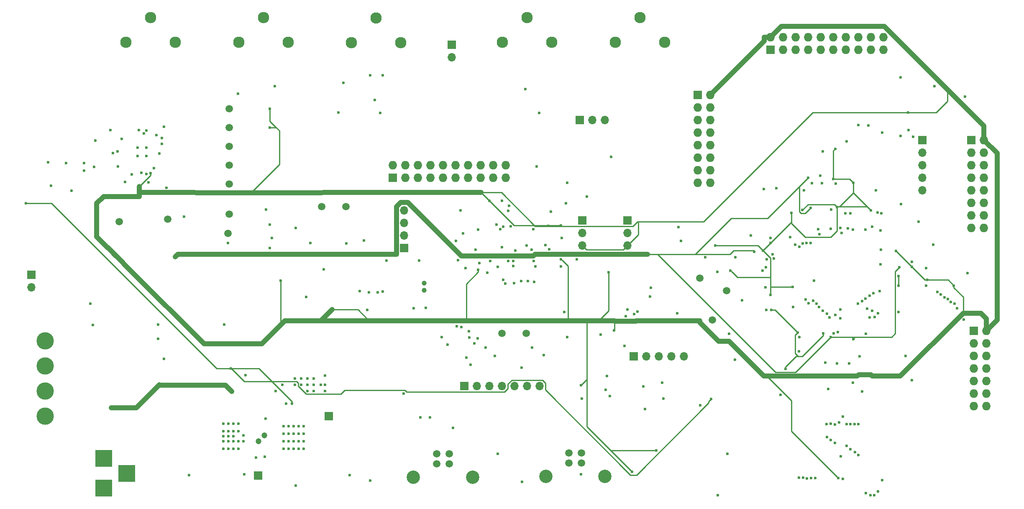
<source format=gbr>
G04 #@! TF.FileFunction,Copper,L3,Inr,Plane*
%FSLAX46Y46*%
G04 Gerber Fmt 4.6, Leading zero omitted, Abs format (unit mm)*
G04 Created by KiCad (PCBNEW 4.0.7-e2-6376~58~ubuntu16.04.1) date Thu Jan  2 16:42:05 2020*
%MOMM*%
%LPD*%
G01*
G04 APERTURE LIST*
%ADD10C,0.100000*%
%ADD11C,1.500000*%
%ADD12R,1.727200X1.727200*%
%ADD13O,1.727200X1.727200*%
%ADD14R,1.700000X1.700000*%
%ADD15O,1.700000X1.700000*%
%ADD16C,1.000000*%
%ADD17C,1.520000*%
%ADD18C,2.700000*%
%ADD19C,2.300000*%
%ADD20R,3.500000X3.500000*%
%ADD21C,3.500000*%
%ADD22C,0.600000*%
%ADD23C,1.200000*%
%ADD24C,0.250000*%
%ADD25C,1.000000*%
G04 APERTURE END LIST*
D10*
D11*
X94361000Y-97663000D03*
D12*
X204216000Y-60452000D03*
D13*
X204216000Y-57912000D03*
X206756000Y-60452000D03*
X206756000Y-57912000D03*
X209296000Y-60452000D03*
X209296000Y-57912000D03*
X211836000Y-60452000D03*
X211836000Y-57912000D03*
X214376000Y-60452000D03*
X214376000Y-57912000D03*
X216916000Y-60452000D03*
X216916000Y-57912000D03*
X219456000Y-60452000D03*
X219456000Y-57912000D03*
X221996000Y-60452000D03*
X221996000Y-57912000D03*
X224536000Y-60452000D03*
X224536000Y-57912000D03*
X227076000Y-60452000D03*
X227076000Y-57912000D03*
D12*
X189484000Y-69596000D03*
D13*
X192024000Y-69596000D03*
X189484000Y-72136000D03*
X192024000Y-72136000D03*
X189484000Y-74676000D03*
X192024000Y-74676000D03*
X189484000Y-77216000D03*
X192024000Y-77216000D03*
X189484000Y-79756000D03*
X192024000Y-79756000D03*
X189484000Y-82296000D03*
X192024000Y-82296000D03*
X189484000Y-84836000D03*
X192024000Y-84836000D03*
X189484000Y-87376000D03*
X192024000Y-87376000D03*
D14*
X166116000Y-94996000D03*
D15*
X166116000Y-97536000D03*
X166116000Y-100076000D03*
D14*
X175260000Y-94996000D03*
D15*
X175260000Y-97536000D03*
X175260000Y-100076000D03*
D14*
X130048000Y-100584000D03*
D15*
X130048000Y-98044000D03*
X130048000Y-95504000D03*
X130048000Y-92964000D03*
D16*
X134112000Y-107696000D03*
X134112000Y-109196000D03*
D12*
X127762000Y-86360000D03*
D13*
X127762000Y-83820000D03*
X130302000Y-86360000D03*
X130302000Y-83820000D03*
X132842000Y-86360000D03*
X132842000Y-83820000D03*
X135382000Y-86360000D03*
X135382000Y-83820000D03*
X137922000Y-86360000D03*
X137922000Y-83820000D03*
X140462000Y-86360000D03*
X140462000Y-83820000D03*
X143002000Y-86360000D03*
X143002000Y-83820000D03*
X145542000Y-86360000D03*
X145542000Y-83820000D03*
X148082000Y-86360000D03*
X148082000Y-83820000D03*
X150622000Y-86360000D03*
X150622000Y-83820000D03*
D17*
X136652000Y-142272000D03*
X139192000Y-142272000D03*
X139192000Y-144272000D03*
X136652000Y-144272000D03*
D18*
X131922000Y-146972000D03*
X143922000Y-146972000D03*
D14*
X142240000Y-128524000D03*
D15*
X144780000Y-128524000D03*
X147320000Y-128524000D03*
X149860000Y-128524000D03*
X152400000Y-128524000D03*
X154940000Y-128524000D03*
X157480000Y-128524000D03*
D14*
X165608000Y-74676000D03*
D15*
X168148000Y-74676000D03*
X170688000Y-74676000D03*
D11*
X149860000Y-117856000D03*
X154740000Y-117856000D03*
D12*
X245364000Y-117348000D03*
D13*
X247904000Y-117348000D03*
X245364000Y-119888000D03*
X247904000Y-119888000D03*
X245364000Y-122428000D03*
X247904000Y-122428000D03*
X245364000Y-124968000D03*
X247904000Y-124968000D03*
X245364000Y-127508000D03*
X247904000Y-127508000D03*
X245364000Y-130048000D03*
X247904000Y-130048000D03*
X245364000Y-132588000D03*
X247904000Y-132588000D03*
D17*
X163418000Y-142112000D03*
X165958000Y-142112000D03*
X165958000Y-144112000D03*
X163418000Y-144112000D03*
D18*
X158688000Y-146812000D03*
X170688000Y-146812000D03*
D14*
X139700000Y-59436000D03*
D15*
X139700000Y-61976000D03*
D19*
X154940000Y-53975000D03*
X159940000Y-58975000D03*
X149940000Y-58975000D03*
X177800000Y-53975000D03*
X182800000Y-58975000D03*
X172800000Y-58975000D03*
D11*
X195326000Y-109220000D03*
D19*
X124380000Y-54055000D03*
X129380000Y-59055000D03*
X119380000Y-59055000D03*
D11*
X192405000Y-115189000D03*
X189865000Y-106680000D03*
D12*
X244856000Y-78740000D03*
D13*
X247396000Y-78740000D03*
X244856000Y-81280000D03*
X247396000Y-81280000D03*
X244856000Y-83820000D03*
X247396000Y-83820000D03*
X244856000Y-86360000D03*
X247396000Y-86360000D03*
X244856000Y-88900000D03*
X247396000Y-88900000D03*
X244856000Y-91440000D03*
X247396000Y-91440000D03*
X244856000Y-93980000D03*
X247396000Y-93980000D03*
X244856000Y-96520000D03*
X247396000Y-96520000D03*
D14*
X100457000Y-146685000D03*
X114808000Y-134620000D03*
D20*
X69215000Y-143225000D03*
X69215000Y-149225000D03*
X73915000Y-146225000D03*
D21*
X57404000Y-134620000D03*
X57404000Y-129540000D03*
X57404000Y-124460000D03*
X57404000Y-119380000D03*
D14*
X54610000Y-106045000D03*
D15*
X54610000Y-108585000D03*
D11*
X113357000Y-92202000D03*
X118237000Y-92202000D03*
X94615000Y-83820000D03*
X94615000Y-80010000D03*
X82169000Y-94742000D03*
X94615000Y-72390000D03*
X94615000Y-76200000D03*
X72390000Y-95250000D03*
D19*
X78740000Y-53975000D03*
X83740000Y-58975000D03*
X73740000Y-58975000D03*
X101600000Y-53975000D03*
X106600000Y-58975000D03*
X96600000Y-58975000D03*
D11*
X94615000Y-87630000D03*
X94615000Y-93726000D03*
D14*
X234950000Y-78740000D03*
D15*
X234950000Y-81280000D03*
X234950000Y-83820000D03*
X234950000Y-86360000D03*
X234950000Y-88900000D03*
D14*
X176530000Y-122555000D03*
D15*
X179070000Y-122555000D03*
X181610000Y-122555000D03*
X184150000Y-122555000D03*
X186690000Y-122555000D03*
D22*
X76112500Y-81987500D03*
X77837500Y-81987500D03*
X77837500Y-80262500D03*
X76112500Y-80262500D03*
X140948771Y-103096502D03*
X102108000Y-92837000D03*
X110236000Y-110490000D03*
X153711296Y-107302946D03*
X204851000Y-102752990D03*
X223774000Y-112903000D03*
X225933000Y-113792002D03*
X66548000Y-111887000D03*
X102870000Y-100584000D03*
X206248000Y-130302000D03*
X178816000Y-133223000D03*
X182499000Y-131064000D03*
X178435000Y-128651000D03*
X214757000Y-81026000D03*
X219583000Y-78994000D03*
X80264000Y-116078000D03*
X80264000Y-118999000D03*
X195834000Y-117983000D03*
X81407000Y-123063000D03*
X104013000Y-129540000D03*
X111760000Y-129540000D03*
X110490000Y-129540000D03*
X105410000Y-128270000D03*
X107950000Y-128270000D03*
X107950000Y-127000000D03*
X111760000Y-127000000D03*
X110490000Y-127000000D03*
X109220000Y-127000000D03*
X109220000Y-128270000D03*
X110490000Y-128270000D03*
X111760000Y-128270000D03*
X113157000Y-128270000D03*
X114046000Y-129540000D03*
X114046000Y-128270000D03*
X113988010Y-126422990D03*
X58547000Y-88011000D03*
X62738000Y-89027000D03*
X153924000Y-147955000D03*
X167021000Y-90170000D03*
X171958000Y-82169000D03*
X123190000Y-147701000D03*
X129921000Y-130048000D03*
X139954000Y-137033000D03*
X171704000Y-130556000D03*
X165989000Y-131064000D03*
X165862000Y-146431000D03*
X189992000Y-132461000D03*
X182245000Y-127889000D03*
X162814000Y-91567000D03*
X163068000Y-87376000D03*
X142494000Y-104648000D03*
X147447000Y-103251000D03*
X97663000Y-146399000D03*
X101854000Y-142875000D03*
X108077000Y-148670000D03*
X86487000Y-146558000D03*
X141478000Y-92964000D03*
X148393989Y-122428000D03*
X158333000Y-122301000D03*
X148717000Y-95885000D03*
X156210000Y-96774000D03*
X161925000Y-98552000D03*
X149820000Y-91059000D03*
X161798000Y-104325999D03*
X185293000Y-113792000D03*
X174625000Y-120396000D03*
X169799000Y-118110000D03*
X193548000Y-150689979D03*
X218821000Y-147320000D03*
X210058000Y-118618000D03*
X217297000Y-114173000D03*
X217419417Y-87540999D03*
X214249000Y-85979000D03*
X133096000Y-103124000D03*
X131953000Y-112776000D03*
X93599000Y-116078000D03*
X103251000Y-98552000D03*
X102870000Y-95885000D03*
X118364000Y-99695000D03*
X108049559Y-96547441D03*
X111058942Y-99634058D03*
X57971564Y-83252436D03*
X154559000Y-68453000D03*
X157353000Y-73279000D03*
X72009000Y-81026000D03*
X70612000Y-76708000D03*
X81407000Y-76073000D03*
X79883000Y-77724000D03*
X123190000Y-65658996D03*
X125730000Y-65659000D03*
X80518000Y-81500010D03*
X65278000Y-83439000D03*
X61595000Y-83439000D03*
X81915000Y-88421615D03*
X79375000Y-84455000D03*
X219837000Y-96647000D03*
X226822000Y-77216000D03*
X237363000Y-67818000D03*
X243586000Y-69977000D03*
X203327000Y-113157000D03*
X208788000Y-112522000D03*
X226441000Y-103886000D03*
X226568000Y-100965000D03*
X226441000Y-97028000D03*
X224790000Y-96266000D03*
X212979000Y-107188000D03*
X204597000Y-101854000D03*
X213868000Y-96774000D03*
X218059000Y-135890000D03*
X209921010Y-121539000D03*
X218431859Y-142781857D03*
X220853000Y-127889000D03*
X198464575Y-111156324D03*
X193421000Y-105410000D03*
X244094000Y-105664000D03*
X215900000Y-129159000D03*
X67056000Y-116205000D03*
X205359000Y-88519000D03*
X202819000Y-88646000D03*
X212598000Y-87503000D03*
X214630000Y-87503000D03*
X237109000Y-99949000D03*
X220091000Y-123952000D03*
X217678000Y-123952000D03*
X191008000Y-102489000D03*
X197104000Y-102489000D03*
X210947000Y-88900000D03*
X215265000Y-123824996D03*
X222250000Y-122555000D03*
X234188000Y-95250000D03*
X235712000Y-104648000D03*
X235712000Y-108204000D03*
X225552000Y-88900000D03*
X200192000Y-98084000D03*
X148971000Y-104394000D03*
X156845000Y-84074000D03*
X151130000Y-103235010D03*
X155067000Y-107302946D03*
X150114000Y-107061000D03*
X102870000Y-76200000D03*
X102870000Y-72390000D03*
X99060705Y-89403590D03*
X196088000Y-105156000D03*
X208661000Y-108458000D03*
X217292493Y-80518000D03*
X171450000Y-105537000D03*
X232791000Y-104394000D03*
X232029000Y-73152000D03*
X193040006Y-100076000D03*
X181102000Y-141605000D03*
X176149000Y-145923000D03*
X146878051Y-105603051D03*
X165862000Y-128364000D03*
X161798000Y-102869990D03*
X145229918Y-103642000D03*
X145034000Y-105029000D03*
X127762000Y-89348999D03*
X195800261Y-119507000D03*
X159258000Y-96139000D03*
X161798000Y-96012000D03*
X70485000Y-100965000D03*
X74422000Y-104902000D03*
X147320000Y-91059000D03*
X172482000Y-117277000D03*
X189865000Y-115316000D03*
X169418000Y-115316000D03*
X163957000Y-115316000D03*
X217678000Y-92329000D03*
X216916000Y-86614000D03*
X105029000Y-107188000D03*
X104394000Y-116840000D03*
X69215000Y-90170000D03*
X78740000Y-85471000D03*
X204343000Y-113157000D03*
X232790990Y-103378011D03*
X229616000Y-101219000D03*
X209679551Y-117731551D03*
X235975990Y-107061009D03*
X230124000Y-106289010D03*
X223452021Y-117983000D03*
X210643978Y-92938487D03*
X204216000Y-110071010D03*
X217932000Y-147193000D03*
X202565000Y-105156000D03*
X221742000Y-126545011D03*
X218440000Y-126545011D03*
X215646000Y-126545011D03*
X217001000Y-117856000D03*
X224790000Y-126545011D03*
X218821000Y-134747000D03*
X206121000Y-126545011D03*
X72009000Y-102489000D03*
X208407000Y-93472000D03*
X216376000Y-96742000D03*
X207264000Y-125095000D03*
X214884000Y-117856000D03*
X241300000Y-108204000D03*
X230124000Y-108204010D03*
X220980000Y-87376000D03*
X224536000Y-92964000D03*
X202692000Y-101092000D03*
X204216000Y-99568000D03*
X150495000Y-107823000D03*
X159766000Y-93217996D03*
X95123000Y-129667000D03*
X70739000Y-132969000D03*
X192151000Y-131191000D03*
X107315000Y-132080000D03*
X97917000Y-126365000D03*
X106172000Y-132080000D03*
X94996000Y-124968000D03*
X53467000Y-91567000D03*
X126492000Y-103124000D03*
X216451021Y-92837000D03*
X220914647Y-119060647D03*
X230251000Y-104521000D03*
X212344000Y-92455994D03*
X86360000Y-101863999D03*
X84963000Y-101863999D03*
X83693000Y-102362000D03*
X200914000Y-101346000D03*
X216408000Y-118618000D03*
X203276999Y-104470999D03*
X211836000Y-86360000D03*
X81026000Y-79502000D03*
X103886000Y-67818000D03*
X67564000Y-78867000D03*
X67292009Y-84201000D03*
X81025994Y-78359000D03*
X96393000Y-69342000D03*
X76327000Y-76708000D03*
X116713000Y-73152000D03*
X77326667Y-77444781D03*
X125222000Y-73279000D03*
X72898000Y-78486000D03*
X71120000Y-81407000D03*
X152273011Y-107752957D03*
X153797000Y-124841000D03*
X146558000Y-120777000D03*
X100076000Y-143002000D03*
X101981000Y-135128000D03*
X138811000Y-120142000D03*
X134409345Y-112688655D03*
X185547000Y-96393002D03*
X186055000Y-99187000D03*
X152146000Y-104267000D03*
X144907000Y-118872000D03*
X156317012Y-107442000D03*
X162441501Y-113546501D03*
X163068000Y-118618000D03*
X156591000Y-104325999D03*
X158623000Y-100045000D03*
X196977000Y-123190000D03*
X154813004Y-100076000D03*
X155956000Y-120786990D03*
X203454000Y-102870006D03*
X203200000Y-108602974D03*
X122936000Y-109591001D03*
X125669051Y-109407949D03*
X72136000Y-84074008D03*
X65278000Y-84963000D03*
X137671129Y-118632416D03*
X122555000Y-113175870D03*
X121031000Y-109347000D03*
X179828480Y-110453033D03*
X179984054Y-108652981D03*
X124714000Y-109591000D03*
X225298000Y-114554000D03*
X231521000Y-122428000D03*
X224282000Y-114681006D03*
X232791000Y-127381000D03*
X144526000Y-100965000D03*
X149860000Y-100457000D03*
X140538108Y-99196990D03*
X141986000Y-97663000D03*
X144980250Y-96902771D03*
X113792000Y-104902000D03*
X94361000Y-99568000D03*
X226641169Y-93614268D03*
X151257000Y-92075000D03*
X151130000Y-93091000D03*
X225858036Y-93450851D03*
X204216000Y-98552000D03*
X209169000Y-99949000D03*
X210058000Y-100330000D03*
X210693000Y-99695000D03*
X211482117Y-99563481D03*
X212282104Y-99568400D03*
X214122000Y-97790000D03*
X218313000Y-96520000D03*
X218567000Y-97536000D03*
X219329000Y-93589000D03*
X220345000Y-93599000D03*
X220853000Y-96901000D03*
X143256000Y-118745000D03*
X118999000Y-146558000D03*
X142621000Y-122809000D03*
X152527000Y-101092000D03*
X148971000Y-142240000D03*
X143510000Y-124206000D03*
X144272000Y-119888000D03*
X152146000Y-103251000D03*
X156226163Y-103233199D03*
X174879000Y-114427000D03*
X143129000Y-117475000D03*
X151577058Y-96199942D03*
X135255000Y-134874000D03*
X133350000Y-134874000D03*
X208151321Y-98426679D03*
X195453000Y-142239996D03*
X233045000Y-78105000D03*
X224028000Y-75819000D03*
X221996000Y-75692000D03*
X77841594Y-76832515D03*
X117729000Y-67192999D03*
X124079000Y-70612000D03*
X77851000Y-85598000D03*
X85471000Y-94234000D03*
X76871948Y-85375846D03*
X78321894Y-87298023D03*
X73532994Y-87249000D03*
X74930000Y-85725000D03*
X175260000Y-113053076D03*
X164972295Y-102863999D03*
X176612407Y-113978405D03*
X155874283Y-100943011D03*
X177255907Y-113503087D03*
X159385000Y-100838000D03*
X150114000Y-96266000D03*
X141605000Y-116586000D03*
X140722215Y-116465215D03*
X149479000Y-96774000D03*
X97536000Y-139700000D03*
X97536000Y-138525000D03*
X95504000Y-138684000D03*
X94488000Y-138684000D03*
X93472000Y-138684000D03*
X105664000Y-141224000D03*
X106680000Y-141224000D03*
X107696000Y-141224000D03*
X108712000Y-141224000D03*
X109728000Y-141224000D03*
X109728000Y-139700000D03*
X108712000Y-139700000D03*
X107696000Y-139700000D03*
X106680000Y-139700000D03*
X105664000Y-139700000D03*
X105664000Y-138176000D03*
X106680000Y-138176000D03*
X107696000Y-138176000D03*
X108712000Y-138176000D03*
X109728000Y-138176000D03*
X109728000Y-136652000D03*
X108712000Y-136652000D03*
X107696000Y-136652000D03*
X106680000Y-136652000D03*
X105664000Y-136652000D03*
X93472000Y-141224000D03*
X94488000Y-141224000D03*
X95504000Y-141224000D03*
X96520000Y-141224000D03*
X96520000Y-139700000D03*
X95504000Y-139700000D03*
X94488000Y-139700000D03*
X93472000Y-139700000D03*
X96520000Y-137668000D03*
X95504000Y-137668000D03*
X94488000Y-137668000D03*
X93472000Y-137668000D03*
X96520000Y-136144000D03*
X95504000Y-136144000D03*
X94488000Y-136144000D03*
X93472000Y-136144000D03*
D23*
X100552000Y-139700000D03*
X101727000Y-138525000D03*
D22*
X230632000Y-91750002D03*
X170815000Y-129286000D03*
X171069000Y-126492000D03*
X223393000Y-96901000D03*
X232156000Y-76708000D03*
X230505000Y-77926000D03*
X230505000Y-66040000D03*
X218313000Y-113029986D03*
X222758000Y-129667000D03*
X224406041Y-150689979D03*
X211328000Y-110998000D03*
X223520000Y-150239968D03*
X211930974Y-111797503D03*
X212852000Y-111252000D03*
X226822000Y-147574000D03*
X225933000Y-149860000D03*
X213487000Y-111887000D03*
X225206048Y-150687291D03*
X213995000Y-112522000D03*
X214757000Y-113284000D03*
X213233000Y-147193006D03*
X215646000Y-113919000D03*
X212433001Y-147188417D03*
X216154000Y-114681000D03*
X211546513Y-147256493D03*
X210772625Y-147053721D03*
X217800559Y-117597559D03*
X209931000Y-147066000D03*
X218313000Y-114808000D03*
X230068001Y-113528000D03*
X243305768Y-115105446D03*
X224790000Y-113284000D03*
X241935000Y-112776000D03*
X221869000Y-111887000D03*
X241409961Y-111873286D03*
X240688200Y-111528228D03*
X222752998Y-111351001D03*
X223393000Y-110870979D03*
X240110543Y-110974771D03*
X224282000Y-110245990D03*
X239395000Y-110617000D03*
X225044000Y-109728000D03*
X238633000Y-109982000D03*
X226314000Y-109345968D03*
X237998000Y-109474000D03*
X215519000Y-136271000D03*
X215646000Y-138859003D03*
X216408000Y-136144000D03*
X216408000Y-139436000D03*
X217192466Y-136300893D03*
X217189999Y-140061001D03*
X219583000Y-136271000D03*
X219583000Y-140686001D03*
X220383003Y-136271000D03*
X220345000Y-141311001D03*
X221183006Y-136271000D03*
X221286764Y-141936001D03*
X221996000Y-142560990D03*
X221996000Y-136271000D03*
X121920000Y-99060000D03*
D24*
X102870000Y-74930000D02*
X104140000Y-76200000D01*
X104140000Y-76200000D02*
X104775000Y-76835000D01*
X102870000Y-76200000D02*
X104140000Y-76200000D01*
X104775000Y-76835000D02*
X104775000Y-83689295D01*
X104775000Y-83689295D02*
X102870000Y-85594295D01*
X102870000Y-72390000D02*
X102870000Y-74930000D01*
X102870000Y-85594295D02*
X99060705Y-89403590D01*
D25*
X127762000Y-89348999D02*
X99060705Y-89403590D01*
X99060705Y-89403590D02*
X76699999Y-89348999D01*
X202946000Y-58674000D02*
X192024000Y-69596000D01*
X202946000Y-58674000D02*
X202946000Y-57960686D01*
D24*
X202946000Y-57960686D02*
X202994686Y-57912000D01*
D25*
X202994686Y-57912000D02*
X204216000Y-57912000D01*
D24*
X197485000Y-106553000D02*
X196387999Y-105455999D01*
X204216000Y-106553000D02*
X197485000Y-106553000D01*
X196387999Y-105455999D02*
X196088000Y-105156000D01*
D25*
X221742000Y-126545011D02*
X222041999Y-126245012D01*
X222041999Y-126245012D02*
X224490001Y-126245012D01*
X224490001Y-126245012D02*
X224790000Y-126545011D01*
D24*
X204216000Y-108458000D02*
X208661000Y-108458000D01*
X216916000Y-80899000D02*
X217292493Y-80522507D01*
X217292493Y-80522507D02*
X217292493Y-80518000D01*
X216916000Y-86614000D02*
X216916000Y-80899000D01*
X208407000Y-95631000D02*
X208407000Y-93472000D01*
X211191001Y-98415001D02*
X208407000Y-95631000D01*
X217678000Y-92329000D02*
X217678000Y-97133696D01*
X217678000Y-97133696D02*
X216396695Y-98415001D01*
X216396695Y-98415001D02*
X211191001Y-98415001D01*
X232029000Y-73152000D02*
X212725000Y-73152000D01*
X212725000Y-73152000D02*
X190625325Y-95251675D01*
X166116000Y-100076000D02*
X166965999Y-100925999D01*
X166965999Y-100925999D02*
X174410001Y-100925999D01*
X174410001Y-100925999D02*
X175260000Y-100076000D01*
X177419000Y-97917000D02*
X175260000Y-100076000D01*
X171450000Y-105537000D02*
X171450000Y-113284000D01*
X171450000Y-113284000D02*
X169418000Y-115316000D01*
X240030000Y-68551870D02*
X240030000Y-70866000D01*
X240030000Y-70866000D02*
X237744000Y-73152000D01*
X237744000Y-73152000D02*
X232029000Y-73152000D01*
X235458009Y-107061009D02*
X232791000Y-104394000D01*
X232791000Y-104394000D02*
X229915999Y-101518999D01*
X204216000Y-106553000D02*
X204216000Y-108458000D01*
X204216000Y-102616000D02*
X204216000Y-106553000D01*
X201676000Y-100076000D02*
X193464270Y-100076000D01*
X202692000Y-101092000D02*
X201676000Y-100076000D01*
X193464270Y-100076000D02*
X193040006Y-100076000D01*
X177419000Y-95251675D02*
X177289327Y-95251675D01*
X190625325Y-95251675D02*
X177419000Y-95251675D01*
X177419000Y-95251675D02*
X177419000Y-97917000D01*
D25*
X113157000Y-115316000D02*
X142621000Y-115316000D01*
X142621000Y-115316000D02*
X163195000Y-115316000D01*
D24*
X145034000Y-105029000D02*
X145034000Y-105453264D01*
X145034000Y-105453264D02*
X142621000Y-107866264D01*
X142621000Y-107866264D02*
X142621000Y-115316000D01*
X177289327Y-95251675D02*
X176370001Y-96171001D01*
X176370001Y-96171001D02*
X156532003Y-96171001D01*
X156532003Y-96171001D02*
X149710001Y-89348999D01*
X149710001Y-89348999D02*
X145609999Y-89348999D01*
X217932000Y-147193000D02*
X208407000Y-137668000D01*
X208407000Y-137668000D02*
X208407000Y-131535998D01*
X203416013Y-126545011D02*
X202838272Y-126545011D01*
X208407000Y-131535998D02*
X203416013Y-126545011D01*
X240157009Y-107061009D02*
X236400254Y-107061009D01*
X236400254Y-107061009D02*
X235975990Y-107061009D01*
X241300000Y-108204000D02*
X240157009Y-107061009D01*
X171831000Y-141605000D02*
X176149000Y-145923000D01*
X167005000Y-136779000D02*
X171831000Y-141605000D01*
X171831000Y-141605000D02*
X181102000Y-141605000D01*
X167005000Y-115316000D02*
X167005000Y-136779000D01*
D25*
X189865000Y-115316000D02*
X189865000Y-115697000D01*
X189865000Y-115697000D02*
X193675000Y-119507000D01*
X193675000Y-119507000D02*
X195800261Y-119507000D01*
X167005000Y-115316000D02*
X169418000Y-115316000D01*
X163957000Y-115316000D02*
X167005000Y-115316000D01*
D24*
X167005000Y-115316000D02*
X167005000Y-127221000D01*
X167005000Y-127221000D02*
X165862000Y-128364000D01*
X161373736Y-96012000D02*
X161798000Y-96012000D01*
X145609999Y-89348999D02*
X152273000Y-96012000D01*
X152273000Y-96012000D02*
X161373736Y-96012000D01*
X163195000Y-104266990D02*
X162097999Y-103169989D01*
X163195000Y-115316000D02*
X163195000Y-104266990D01*
X162097999Y-103169989D02*
X161798000Y-102869990D01*
D25*
X145609999Y-89348999D02*
X127762000Y-89348999D01*
X195800261Y-119507000D02*
X202838272Y-126545011D01*
X70485000Y-100965000D02*
X71709001Y-102189001D01*
X69850000Y-100330000D02*
X70485000Y-100965000D01*
X74422000Y-104902000D02*
X89535000Y-120015000D01*
X72009000Y-102489000D02*
X74422000Y-104902000D01*
D24*
X71709001Y-102189001D02*
X72009000Y-102489000D01*
X147320000Y-91059000D02*
X145609999Y-89348999D01*
D25*
X176926999Y-115427001D02*
X177038000Y-115316000D01*
X172593000Y-115316000D02*
X172704001Y-115427001D01*
X172704001Y-115427001D02*
X176926999Y-115427001D01*
X163195000Y-115316000D02*
X163957000Y-115316000D01*
D24*
X172593000Y-117094000D02*
X172482000Y-117205000D01*
X172482000Y-117205000D02*
X172482000Y-117277000D01*
D25*
X169418000Y-115316000D02*
X172593000Y-115316000D01*
D24*
X172593000Y-115316000D02*
X172593000Y-117094000D01*
D25*
X177038000Y-115316000D02*
X189865000Y-115316000D01*
D24*
X177038000Y-115316000D02*
X177292000Y-115570000D01*
X218102264Y-92202010D02*
X217804990Y-92202010D01*
X217124001Y-91775001D02*
X217378001Y-92029001D01*
X210643978Y-92938487D02*
X211807464Y-91775001D01*
X211807464Y-91775001D02*
X217124001Y-91775001D01*
X223774010Y-92202010D02*
X218102264Y-92202010D01*
X217804990Y-92202010D02*
X217678000Y-92329000D01*
X218185990Y-92202010D02*
X218102264Y-92202010D01*
X217378001Y-92029001D02*
X217678000Y-92329000D01*
X224536000Y-92964000D02*
X223774010Y-92202010D01*
X220980000Y-89408000D02*
X218185990Y-92202010D01*
X204343000Y-113157000D02*
X205105000Y-113157000D01*
X205105000Y-113157000D02*
X209679551Y-117731551D01*
X217340264Y-86614000D02*
X216916000Y-86614000D01*
X220218000Y-86614000D02*
X217340264Y-86614000D01*
X220980000Y-87376000D02*
X220218000Y-86614000D01*
D25*
X104394000Y-116840000D02*
X105156000Y-116078000D01*
X105156000Y-116078000D02*
X105918000Y-115316000D01*
D24*
X105029000Y-107188000D02*
X105029000Y-115951000D01*
X105029000Y-115951000D02*
X105156000Y-116078000D01*
D25*
X101219000Y-120015000D02*
X104394000Y-116840000D01*
X76454000Y-90170000D02*
X76454000Y-88181264D01*
D24*
X76454000Y-88181264D02*
X78740000Y-85895264D01*
X78740000Y-85895264D02*
X78740000Y-85471000D01*
D25*
X69215000Y-90170000D02*
X76454000Y-90170000D01*
X67818000Y-91567000D02*
X69215000Y-90170000D01*
X72009000Y-102489000D02*
X67818000Y-98298000D01*
X67818000Y-98298000D02*
X67818000Y-91567000D01*
X247396000Y-75917870D02*
X240030000Y-68551870D01*
X240030000Y-68551870D02*
X227231130Y-55753000D01*
D24*
X229915999Y-101518999D02*
X229616000Y-101219000D01*
X235975990Y-107061009D02*
X235458009Y-107061009D01*
X208407000Y-93472000D02*
X208407000Y-95377000D01*
X208407000Y-95377000D02*
X204216000Y-99568000D01*
X204216000Y-99568000D02*
X202692000Y-101092000D01*
X204216000Y-108458000D02*
X204216000Y-109646746D01*
X210609264Y-122555000D02*
X214884000Y-118280264D01*
X209178998Y-118232104D02*
X209379552Y-118031550D01*
X209379736Y-122555000D02*
X209804000Y-122555000D01*
X209379552Y-118031550D02*
X209679551Y-117731551D01*
X210058000Y-122555000D02*
X210609264Y-122555000D01*
X214884000Y-118280264D02*
X214884000Y-117856000D01*
X209178998Y-121929998D02*
X209178998Y-118232104D01*
X209804000Y-122555000D02*
X209178998Y-121929998D01*
X210058000Y-122555000D02*
X210348002Y-122555000D01*
X207264000Y-124670736D02*
X209379736Y-122555000D01*
X207264000Y-125095000D02*
X207264000Y-124670736D01*
X230124000Y-108204010D02*
X230124000Y-106289010D01*
X204216000Y-109646746D02*
X204216000Y-110071010D01*
X202692000Y-101092000D02*
X204216000Y-102616000D01*
D25*
X227231130Y-55753000D02*
X206375000Y-55753000D01*
X206375000Y-55753000D02*
X204216000Y-57912000D01*
X247396000Y-78740000D02*
X247396000Y-75917870D01*
X250063000Y-81407000D02*
X247396000Y-78740000D01*
X250063000Y-115189000D02*
X250063000Y-81407000D01*
X247904000Y-117348000D02*
X250063000Y-115189000D01*
X218440000Y-126545011D02*
X221742000Y-126545011D01*
X215646000Y-126545011D02*
X218440000Y-126545011D01*
X213741000Y-126545011D02*
X215646000Y-126545011D01*
X224790000Y-126545011D02*
X230451989Y-126545011D01*
X206121000Y-126545011D02*
X213741000Y-126545011D01*
X202838272Y-126545011D02*
X206121000Y-126545011D01*
D24*
X241300000Y-108204000D02*
X241300000Y-108628264D01*
X241300000Y-108628264D02*
X243205000Y-110533264D01*
X243205000Y-110533264D02*
X243205000Y-113792000D01*
D25*
X246761000Y-113792000D02*
X247904000Y-114935000D01*
X247904000Y-114935000D02*
X247904000Y-117348000D01*
X243205000Y-113792000D02*
X246761000Y-113792000D01*
X230451989Y-126545011D02*
X243205000Y-113792000D01*
D24*
X120777000Y-113157000D02*
X122936000Y-115316000D01*
X115443000Y-113030000D02*
X120650000Y-113030000D01*
X120650000Y-113030000D02*
X120777000Y-113157000D01*
D25*
X113157000Y-115316000D02*
X115443000Y-113030000D01*
X105918000Y-115316000D02*
X113157000Y-115316000D01*
X89535000Y-120015000D02*
X101219000Y-120015000D01*
D24*
X209804000Y-122555000D02*
X210058000Y-122555000D01*
X220980000Y-87376000D02*
X220980000Y-89408000D01*
X220980000Y-89408000D02*
X224536000Y-92964000D01*
D25*
X80645000Y-128397000D02*
X93853000Y-128397000D01*
X93853000Y-128397000D02*
X95123000Y-129667000D01*
D24*
X80518000Y-128270000D02*
X80645000Y-128397000D01*
D25*
X75819000Y-132969000D02*
X80518000Y-128270000D01*
X70739000Y-132969000D02*
X75819000Y-132969000D01*
D24*
X117973001Y-129422999D02*
X117230999Y-130165001D01*
X117230999Y-130165001D02*
X110189999Y-130165001D01*
X110189999Y-130165001D02*
X108575001Y-128550003D01*
X108575001Y-128550003D02*
X108575001Y-127969999D01*
X108575001Y-127969999D02*
X108230003Y-127625001D01*
X108230003Y-127625001D02*
X97653001Y-127625001D01*
X97653001Y-127625001D02*
X95295999Y-125267999D01*
X95295999Y-125267999D02*
X94996000Y-124968000D01*
X192151000Y-131191000D02*
X191652999Y-131689001D01*
X191652999Y-131689001D02*
X191652999Y-131979003D01*
X191652999Y-131979003D02*
X177084001Y-146548001D01*
X130221001Y-129422999D02*
X117973001Y-129422999D01*
X177084001Y-146548001D02*
X175848999Y-146548001D01*
X158655001Y-127959999D02*
X158044001Y-127348999D01*
X151035001Y-129088001D02*
X150375003Y-129747999D01*
X175848999Y-146548001D02*
X158655001Y-129354003D01*
X158655001Y-129354003D02*
X158655001Y-127959999D01*
X158044001Y-127348999D02*
X151835999Y-127348999D01*
X151835999Y-127348999D02*
X151035001Y-128149997D01*
X150375003Y-129747999D02*
X130546001Y-129747999D01*
X151035001Y-128149997D02*
X151035001Y-129088001D01*
X130546001Y-129747999D02*
X130221001Y-129422999D01*
X107315000Y-132080000D02*
X107315000Y-131655736D01*
X107315000Y-131655736D02*
X100627264Y-124968000D01*
X100627264Y-124968000D02*
X95420264Y-124968000D01*
X95420264Y-124968000D02*
X94996000Y-124968000D01*
X58674000Y-91567000D02*
X92075000Y-124968000D01*
X92075000Y-124968000D02*
X94996000Y-124968000D01*
X53467000Y-91567000D02*
X58674000Y-91567000D01*
X216408000Y-118618000D02*
X209305999Y-125720001D01*
X209305999Y-125720001D02*
X205222001Y-125720001D01*
X205222001Y-125720001D02*
X181365999Y-101863999D01*
X181365999Y-101863999D02*
X179324000Y-101863999D01*
D25*
X130792001Y-91413999D02*
X141613002Y-102235000D01*
X156166002Y-102235000D02*
X156537003Y-101863999D01*
X156537003Y-101863999D02*
X179324000Y-101863999D01*
X89154000Y-101863999D02*
X128497999Y-101863999D01*
X128497999Y-101863999D02*
X128497999Y-92219999D01*
X128497999Y-92219999D02*
X129303999Y-91413999D01*
X129303999Y-91413999D02*
X130792001Y-91413999D01*
X141613002Y-102235000D02*
X156166002Y-102235000D01*
D24*
X221107000Y-118618000D02*
X228727000Y-118618000D01*
X216408000Y-118618000D02*
X221107000Y-118618000D01*
X221107000Y-118618000D02*
X221107000Y-118868294D01*
X221107000Y-118868294D02*
X220914647Y-119060647D01*
X229951001Y-104820999D02*
X230251000Y-104521000D01*
X229443001Y-105328999D02*
X229951001Y-104820999D01*
X228727000Y-118618000D02*
X229443001Y-117901999D01*
X229443001Y-117901999D02*
X229443001Y-105328999D01*
X211236505Y-93563489D02*
X212044001Y-92755993D01*
X211836000Y-86360000D02*
X210018976Y-88177024D01*
X210018976Y-93238489D02*
X210343976Y-93563489D01*
X210343976Y-93563489D02*
X211236505Y-93563489D01*
X212044001Y-92755993D02*
X212344000Y-92455994D01*
X210018976Y-88177024D02*
X210018976Y-93238489D01*
D25*
X84963000Y-101863999D02*
X89154000Y-101863999D01*
D24*
X89154000Y-101863999D02*
X86360000Y-101863999D01*
D25*
X84191001Y-101863999D02*
X84963000Y-101863999D01*
D24*
X179324000Y-101863999D02*
X188976000Y-101863999D01*
X188976000Y-101863999D02*
X195951001Y-101863999D01*
X211836000Y-86360000D02*
X203590999Y-94605001D01*
X203590999Y-94605001D02*
X196234998Y-94605001D01*
X196234998Y-94605001D02*
X188976000Y-101863999D01*
X200787000Y-101092000D02*
X200914000Y-101219000D01*
X200914000Y-101219000D02*
X200914000Y-101346000D01*
X196723000Y-101092000D02*
X200787000Y-101092000D01*
X195951001Y-101863999D02*
X196723000Y-101092000D01*
D25*
X83693000Y-102362000D02*
X84191001Y-101863999D01*
M02*

</source>
